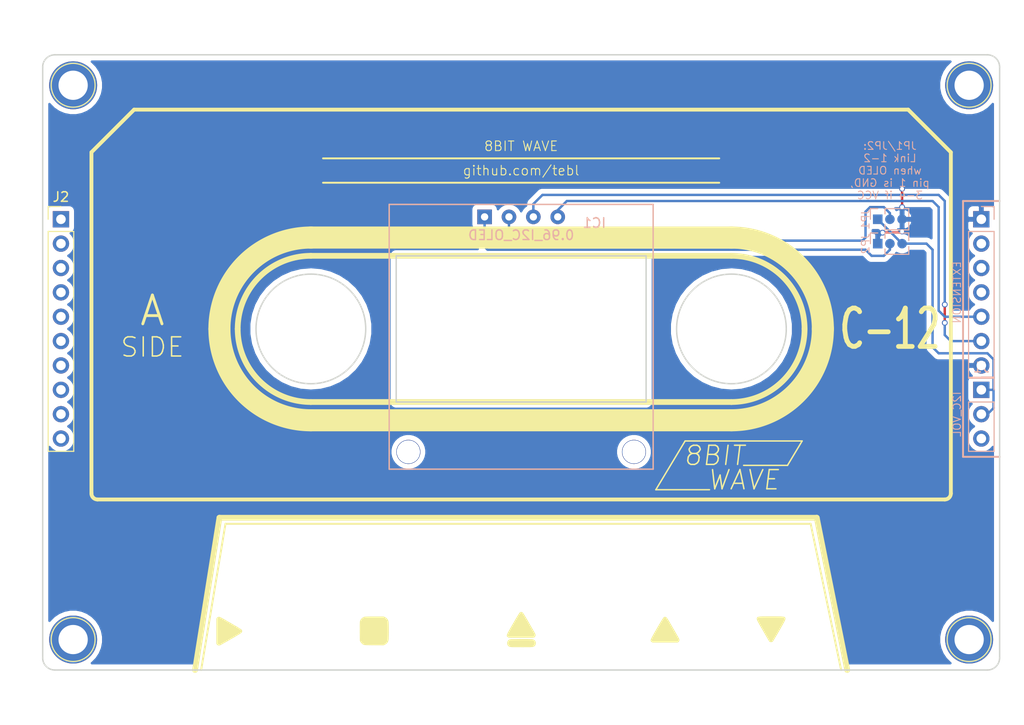
<source format=kicad_pcb>
(kicad_pcb (version 20171130) (host pcbnew "(5.1.8)-1")

  (general
    (thickness 1.6)
    (drawings 52)
    (tracks 62)
    (zones 0)
    (modules 16)
    (nets 7)
  )

  (page A4)
  (layers
    (0 F.Cu signal)
    (31 B.Cu signal)
    (32 B.Adhes user)
    (33 F.Adhes user)
    (34 B.Paste user)
    (35 F.Paste user)
    (36 B.SilkS user)
    (37 F.SilkS user)
    (38 B.Mask user)
    (39 F.Mask user)
    (40 Dwgs.User user)
    (41 Cmts.User user)
    (42 Eco1.User user)
    (43 Eco2.User user)
    (44 Edge.Cuts user)
    (45 Margin user)
    (46 B.CrtYd user)
    (47 F.CrtYd user)
    (48 B.Fab user hide)
    (49 F.Fab user hide)
  )

  (setup
    (last_trace_width 0.25)
    (trace_clearance 0.2)
    (zone_clearance 0.508)
    (zone_45_only no)
    (trace_min 0.2)
    (via_size 0.6)
    (via_drill 0.4)
    (via_min_size 0.4)
    (via_min_drill 0.3)
    (uvia_size 0.3)
    (uvia_drill 0.1)
    (uvias_allowed no)
    (uvia_min_size 0.2)
    (uvia_min_drill 0.1)
    (edge_width 0.15)
    (segment_width 0.2)
    (pcb_text_width 0.3)
    (pcb_text_size 1.5 1.5)
    (mod_edge_width 0.15)
    (mod_text_size 1 1)
    (mod_text_width 0.15)
    (pad_size 1.524 1.524)
    (pad_drill 0.762)
    (pad_to_mask_clearance 0)
    (aux_axis_origin 0 0)
    (visible_elements 7FFFFFFF)
    (pcbplotparams
      (layerselection 0x011fc_ffffffff)
      (usegerberextensions true)
      (usegerberattributes false)
      (usegerberadvancedattributes false)
      (creategerberjobfile false)
      (excludeedgelayer true)
      (linewidth 0.100000)
      (plotframeref false)
      (viasonmask false)
      (mode 1)
      (useauxorigin false)
      (hpglpennumber 1)
      (hpglpenspeed 20)
      (hpglpendiameter 15.000000)
      (psnegative false)
      (psa4output false)
      (plotreference true)
      (plotvalue true)
      (plotinvisibletext false)
      (padsonsilk false)
      (subtractmaskfromsilk false)
      (outputformat 1)
      (mirror false)
      (drillshape 0)
      (scaleselection 1)
      (outputdirectory "export/"))
  )

  (net 0 "")
  (net 1 GND)
  (net 2 /SDA)
  (net 3 /SCL)
  (net 4 VCC)
  (net 5 "Net-(IC1-Pad1)")
  (net 6 "Net-(IC1-Pad2)")

  (net_class Default "This is the default net class."
    (clearance 0.2)
    (trace_width 0.25)
    (via_dia 0.6)
    (via_drill 0.4)
    (uvia_dia 0.3)
    (uvia_drill 0.1)
    (add_net /SCL)
    (add_net /SDA)
    (add_net GND)
    (add_net "Net-(IC1-Pad1)")
    (add_net "Net-(IC1-Pad2)")
    (add_net VCC)
  )

  (module Pin_Headers:Pin_Header_Straight_1x10_Pitch2.54mm locked (layer F.Cu) (tedit 59650532) (tstamp 5E5E8D39)
    (at 72.39 95.25)
    (descr "Through hole straight pin header, 1x10, 2.54mm pitch, single row")
    (tags "Through hole pin header THT 1x10 2.54mm single row")
    (path /5E5F2F04)
    (fp_text reference J2 (at 0 -2.33) (layer F.SilkS)
      (effects (font (size 1 1) (thickness 0.15)))
    )
    (fp_text value SPI (at 0 25.19) (layer F.Fab)
      (effects (font (size 1 1) (thickness 0.15)))
    )
    (fp_line (start -0.635 -1.27) (end 1.27 -1.27) (layer F.Fab) (width 0.1))
    (fp_line (start 1.27 -1.27) (end 1.27 24.13) (layer F.Fab) (width 0.1))
    (fp_line (start 1.27 24.13) (end -1.27 24.13) (layer F.Fab) (width 0.1))
    (fp_line (start -1.27 24.13) (end -1.27 -0.635) (layer F.Fab) (width 0.1))
    (fp_line (start -1.27 -0.635) (end -0.635 -1.27) (layer F.Fab) (width 0.1))
    (fp_line (start -1.33 24.19) (end 1.33 24.19) (layer F.SilkS) (width 0.12))
    (fp_line (start -1.33 1.27) (end -1.33 24.19) (layer F.SilkS) (width 0.12))
    (fp_line (start 1.33 1.27) (end 1.33 24.19) (layer F.SilkS) (width 0.12))
    (fp_line (start -1.33 1.27) (end 1.33 1.27) (layer F.SilkS) (width 0.12))
    (fp_line (start -1.33 0) (end -1.33 -1.33) (layer F.SilkS) (width 0.12))
    (fp_line (start -1.33 -1.33) (end 0 -1.33) (layer F.SilkS) (width 0.12))
    (fp_line (start -1.8 -1.8) (end -1.8 24.65) (layer F.CrtYd) (width 0.05))
    (fp_line (start -1.8 24.65) (end 1.8 24.65) (layer F.CrtYd) (width 0.05))
    (fp_line (start 1.8 24.65) (end 1.8 -1.8) (layer F.CrtYd) (width 0.05))
    (fp_line (start 1.8 -1.8) (end -1.8 -1.8) (layer F.CrtYd) (width 0.05))
    (fp_text user %R (at 0 11.43 90) (layer F.Fab)
      (effects (font (size 1 1) (thickness 0.15)))
    )
    (pad 10 thru_hole oval (at 0 22.86) (size 1.7 1.7) (drill 1) (layers *.Cu *.Mask))
    (pad 9 thru_hole oval (at 0 20.32) (size 1.7 1.7) (drill 1) (layers *.Cu *.Mask))
    (pad 8 thru_hole oval (at 0 17.78) (size 1.7 1.7) (drill 1) (layers *.Cu *.Mask))
    (pad 7 thru_hole oval (at 0 15.24) (size 1.7 1.7) (drill 1) (layers *.Cu *.Mask))
    (pad 6 thru_hole oval (at 0 12.7) (size 1.7 1.7) (drill 1) (layers *.Cu *.Mask))
    (pad 5 thru_hole oval (at 0 10.16) (size 1.7 1.7) (drill 1) (layers *.Cu *.Mask))
    (pad 4 thru_hole oval (at 0 7.62) (size 1.7 1.7) (drill 1) (layers *.Cu *.Mask))
    (pad 3 thru_hole oval (at 0 5.08) (size 1.7 1.7) (drill 1) (layers *.Cu *.Mask))
    (pad 2 thru_hole oval (at 0 2.54) (size 1.7 1.7) (drill 1) (layers *.Cu *.Mask))
    (pad 1 thru_hole rect (at 0 0) (size 1.7 1.7) (drill 1) (layers *.Cu *.Mask))
    (model ${KISYS3DMOD}/Pin_Headers.3dshapes/Pin_Header_Straight_1x10_Pitch2.54mm.wrl
      (at (xyz 0 0 0))
      (scale (xyz 1 1 1))
      (rotate (xyz 0 0 0))
    )
  )

  (module i2c_oled:0.96_I2C_OLED2 locked (layer F.Cu) (tedit 5E5E85DE) (tstamp 5E5E8785)
    (at 120.335 95)
    (descr "Through hole straight pin header, 1x04, 2.54mm pitch, single row")
    (tags "Through hole pin header THT 1x04 2.54mm single row")
    (path /5E3B718A)
    (fp_text reference IC1 (at 7.62 0.635) (layer B.SilkS)
      (effects (font (size 1 1) (thickness 0.15)) (justify mirror))
    )
    (fp_text value 0.96_I2C_OLED (at 0 1.905) (layer B.SilkS)
      (effects (font (size 1 1) (thickness 0.15)) (justify mirror))
    )
    (fp_line (start -13.5 2.7) (end -13.5 22.5) (layer Dwgs.User) (width 0.15))
    (fp_line (start 13.5 2.7) (end -13.5 2.7) (layer Dwgs.User) (width 0.15))
    (fp_line (start 13.5 22.5) (end 13.5 2.7) (layer Dwgs.User) (width 0.15))
    (fp_line (start -13.5 22.5) (end 13.5 22.5) (layer Dwgs.User) (width 0.15))
    (fp_line (start -13.75 -1.3) (end 13.75 -1.3) (layer B.SilkS) (width 0.15))
    (fp_line (start -13.75 -1.3) (end -13.75 26.3) (layer B.SilkS) (width 0.15))
    (fp_line (start -13.75 26.3) (end 13.75 26.3) (layer B.SilkS) (width 0.15))
    (fp_line (start 13.75 26.3) (end 13.75 -1.3) (layer B.SilkS) (width 0.15))
    (fp_line (start -7.4 26.3) (end -7.4 22.5) (layer Dwgs.User) (width 0.15))
    (fp_line (start 7.4 22.5) (end 7.4 26.3) (layer Dwgs.User) (width 0.15))
    (fp_text user %R (at 7.62 0.635 180) (layer F.Fab)
      (effects (font (size 1 1) (thickness 0.15)))
    )
    (pad "" np_thru_hole circle (at 11.75 24.5) (size 2.5 2.5) (drill 2.4) (layers *.Cu *.Mask))
    (pad "" np_thru_hole circle (at -11.75 24.5) (size 2.5 2.5) (drill 2.4) (layers *.Cu *.Mask))
    (pad 1 thru_hole rect (at -3.81 0) (size 1.524 1.524) (drill 0.762) (layers *.Cu *.Mask)
      (net 5 "Net-(IC1-Pad1)"))
    (pad 2 thru_hole circle (at -1.27 0) (size 1.524 1.524) (drill 0.762) (layers *.Cu *.Mask)
      (net 6 "Net-(IC1-Pad2)"))
    (pad 3 thru_hole circle (at 1.27 0) (size 1.524 1.524) (drill 0.762) (layers *.Cu *.Mask)
      (net 3 /SCL))
    (pad 4 thru_hole circle (at 3.81 0) (size 1.524 1.524) (drill 0.762) (layers *.Cu *.Mask)
      (net 2 /SDA))
  )

  (module Pin_Headers:Pin_Header_Straight_1x07_Pitch2.54mm locked (layer B.Cu) (tedit 5E3F3791) (tstamp 5E3D5C89)
    (at 168.275 95.25 180)
    (descr "Through hole straight pin header, 1x07, 2.54mm pitch, single row")
    (tags "Through hole pin header THT 1x07 2.54mm single row")
    (path /5E3D299E)
    (fp_text reference J3 (at 0 2.54 180) (layer B.Fab) hide
      (effects (font (size 0.8 0.8) (thickness 0.1)) (justify mirror))
    )
    (fp_text value EXTENSION (at 2.54 -7.62 270) (layer B.SilkS)
      (effects (font (size 0.8 0.8) (thickness 0.1)) (justify mirror))
    )
    (fp_line (start 1.8 1.8) (end -1.8 1.8) (layer B.CrtYd) (width 0.05))
    (fp_line (start 1.8 -17.05) (end 1.8 1.8) (layer B.CrtYd) (width 0.05))
    (fp_line (start -1.8 -17.05) (end 1.8 -17.05) (layer B.CrtYd) (width 0.05))
    (fp_line (start -1.8 1.8) (end -1.8 -17.05) (layer B.CrtYd) (width 0.05))
    (fp_line (start -1.33 1.33) (end 0 1.33) (layer B.SilkS) (width 0.12))
    (fp_line (start -1.33 0) (end -1.33 1.33) (layer B.SilkS) (width 0.12))
    (fp_line (start -1.33 -1.27) (end 1.33 -1.27) (layer B.SilkS) (width 0.12))
    (fp_line (start 1.33 -1.27) (end 1.33 -16.57) (layer B.SilkS) (width 0.12))
    (fp_line (start -1.33 -1.27) (end -1.33 -16.57) (layer B.SilkS) (width 0.12))
    (fp_line (start -1.33 -16.57) (end 1.33 -16.57) (layer B.SilkS) (width 0.12))
    (fp_line (start -1.27 0.635) (end -0.635 1.27) (layer B.Fab) (width 0.1))
    (fp_line (start -1.27 -16.51) (end -1.27 0.635) (layer B.Fab) (width 0.1))
    (fp_line (start 1.27 -16.51) (end -1.27 -16.51) (layer B.Fab) (width 0.1))
    (fp_line (start 1.27 1.27) (end 1.27 -16.51) (layer B.Fab) (width 0.1))
    (fp_line (start -0.635 1.27) (end 1.27 1.27) (layer B.Fab) (width 0.1))
    (fp_text user %R (at 0 -7.62 90) (layer B.Fab)
      (effects (font (size 1 1) (thickness 0.15)) (justify mirror))
    )
    (pad 1 thru_hole rect (at 0 0 180) (size 1.7 1.7) (drill 1) (layers *.Cu *.Mask)
      (net 1 GND))
    (pad 2 thru_hole oval (at 0 -2.54 180) (size 1.7 1.7) (drill 1) (layers *.Cu *.Mask))
    (pad 3 thru_hole oval (at 0 -5.08 180) (size 1.7 1.7) (drill 1) (layers *.Cu *.Mask))
    (pad 4 thru_hole oval (at 0 -7.62 180) (size 1.7 1.7) (drill 1) (layers *.Cu *.Mask))
    (pad 5 thru_hole oval (at 0 -10.16 180) (size 1.7 1.7) (drill 1) (layers *.Cu *.Mask)
      (net 2 /SDA))
    (pad 6 thru_hole oval (at 0 -12.7 180) (size 1.7 1.7) (drill 1) (layers *.Cu *.Mask)
      (net 3 /SCL))
    (pad 7 thru_hole oval (at 0 -15.24 180) (size 1.7 1.7) (drill 1) (layers *.Cu *.Mask)
      (net 1 GND))
    (model ${KISYS3DMOD}/Pin_Headers.3dshapes/Pin_Header_Straight_1x07_Pitch2.54mm.wrl
      (at (xyz 0 0 0))
      (scale (xyz 1 1 1))
      (rotate (xyz 0 0 0))
    )
  )

  (module mounting:M3 (layer F.Cu) (tedit 5D61810C) (tstamp 5E3B69D4)
    (at 73.66 139.065)
    (descr "module 1 pin (ou trou mecanique de percage)")
    (tags DEV)
    (path /5E3B603D)
    (fp_text reference M1 (at 0 -3.048) (layer F.Fab) hide
      (effects (font (size 1 1) (thickness 0.15)))
    )
    (fp_text value Mounting (at 0 3) (layer F.Fab) hide
      (effects (font (size 1 1) (thickness 0.15)))
    )
    (fp_circle (center 0 0) (end 0 -2.286) (layer F.SilkS) (width 0.12))
    (fp_circle (center 0 0) (end 2.6 0) (layer F.CrtYd) (width 0.05))
    (fp_circle (center 0 0) (end 2 0.8) (layer F.Fab) (width 0.1))
    (pad 1 thru_hole circle (at 0 0) (size 5 5) (drill 3.048) (layers *.Cu *.Mask))
  )

  (module mounting:M3 (layer F.Cu) (tedit 5D61810C) (tstamp 5E3B69D8)
    (at 167.005 139.065)
    (descr "module 1 pin (ou trou mecanique de percage)")
    (tags DEV)
    (path /5E3B604F)
    (fp_text reference M2 (at 0 -3.048) (layer F.Fab) hide
      (effects (font (size 1 1) (thickness 0.15)))
    )
    (fp_text value Mounting (at 0 3) (layer F.Fab) hide
      (effects (font (size 1 1) (thickness 0.15)))
    )
    (fp_circle (center 0 0) (end 0 -2.286) (layer F.SilkS) (width 0.12))
    (fp_circle (center 0 0) (end 2.6 0) (layer F.CrtYd) (width 0.05))
    (fp_circle (center 0 0) (end 2 0.8) (layer F.Fab) (width 0.1))
    (pad 1 thru_hole circle (at 0 0) (size 5 5) (drill 3.048) (layers *.Cu *.Mask))
  )

  (module mounting:M3 (layer F.Cu) (tedit 5D61810C) (tstamp 5E3B69DC)
    (at 167.005 81.28)
    (descr "module 1 pin (ou trou mecanique de percage)")
    (tags DEV)
    (path /5E3B605A)
    (fp_text reference M3 (at 0 -3.048) (layer F.Fab) hide
      (effects (font (size 1 1) (thickness 0.15)))
    )
    (fp_text value Mounting (at 0 3) (layer F.Fab) hide
      (effects (font (size 1 1) (thickness 0.15)))
    )
    (fp_circle (center 0 0) (end 0 -2.286) (layer F.SilkS) (width 0.12))
    (fp_circle (center 0 0) (end 2.6 0) (layer F.CrtYd) (width 0.05))
    (fp_circle (center 0 0) (end 2 0.8) (layer F.Fab) (width 0.1))
    (pad 1 thru_hole circle (at 0 0) (size 5 5) (drill 3.048) (layers *.Cu *.Mask))
  )

  (module mounting:M3 (layer F.Cu) (tedit 5D61810C) (tstamp 5E3B69E0)
    (at 73.66 81.28)
    (descr "module 1 pin (ou trou mecanique de percage)")
    (tags DEV)
    (path /5E3B6065)
    (fp_text reference M4 (at 0 -3.048) (layer F.Fab) hide
      (effects (font (size 1 1) (thickness 0.15)))
    )
    (fp_text value Mounting (at 0 3) (layer F.Fab) hide
      (effects (font (size 1 1) (thickness 0.15)))
    )
    (fp_circle (center 0 0) (end 0 -2.286) (layer F.SilkS) (width 0.12))
    (fp_circle (center 0 0) (end 2.6 0) (layer F.CrtYd) (width 0.05))
    (fp_circle (center 0 0) (end 2 0.8) (layer F.Fab) (width 0.1))
    (pad 1 thru_hole circle (at 0 0) (size 5 5) (drill 3.048) (layers *.Cu *.Mask))
  )

  (module icons:play locked (layer F.Cu) (tedit 0) (tstamp 5E3D6DA5)
    (at 89.916 138.303)
    (fp_text reference G*** (at 0 0) (layer F.SilkS) hide
      (effects (font (size 1.524 1.524) (thickness 0.3)))
    )
    (fp_text value LOGO (at 0.75 0) (layer F.SilkS) hide
      (effects (font (size 1.524 1.524) (thickness 0.3)))
    )
    (fp_poly (pts (xy -0.997092 -1.596347) (xy -0.868322 -1.544183) (xy -0.76141 -1.48621) (xy -0.687284 -1.443328)
      (xy -0.571472 -1.376486) (xy -0.421221 -1.28986) (xy -0.243776 -1.187625) (xy -0.046386 -1.073956)
      (xy 0.163705 -0.953029) (xy 0.346157 -0.848054) (xy 0.55342 -0.727784) (xy 0.746816 -0.613566)
      (xy 0.920437 -0.50904) (xy 1.068377 -0.417846) (xy 1.184728 -0.343624) (xy 1.263583 -0.290013)
      (xy 1.298657 -0.261148) (xy 1.348411 -0.15905) (xy 1.342984 -0.054369) (xy 1.282849 0.04605)
      (xy 1.277056 0.052268) (xy 1.234981 0.084908) (xy 1.149861 0.141512) (xy 1.027827 0.218335)
      (xy 0.875008 0.311631) (xy 0.697534 0.417653) (xy 0.501534 0.532656) (xy 0.310445 0.642985)
      (xy 0.096735 0.765491) (xy -0.109774 0.883994) (xy -0.30191 0.994366) (xy -0.472499 1.092484)
      (xy -0.614366 1.17422) (xy -0.720337 1.235449) (xy -0.775663 1.267605) (xy -0.92507 1.344847)
      (xy -1.043595 1.381122) (xy -1.138712 1.376877) (xy -1.217894 1.332555) (xy -1.25338 1.296057)
      (xy -1.326444 1.209225) (xy -1.326444 -1.435002) (xy -1.25338 -1.521834) (xy -1.181812 -1.584607)
      (xy -1.098986 -1.609633) (xy -0.997092 -1.596347)) (layer F.SilkS) (width 0.01))
  )

  (module icons:stop locked (layer F.Cu) (tedit 0) (tstamp 5E3D6E3B)
    (at 105.156 138.303)
    (fp_text reference G*** (at 0 0) (layer F.SilkS) hide
      (effects (font (size 1.524 1.524) (thickness 0.3)))
    )
    (fp_text value LOGO (at 0.75 0) (layer F.SilkS) hide
      (effects (font (size 1.524 1.524) (thickness 0.3)))
    )
    (fp_poly (pts (xy 1.008162 -1.564953) (xy 1.165687 -1.456861) (xy 1.281341 -1.311095) (xy 1.344182 -1.163865)
      (xy 1.356565 -1.092393) (xy 1.366771 -0.973489) (xy 1.374807 -0.816121) (xy 1.380677 -0.629259)
      (xy 1.384387 -0.421874) (xy 1.385943 -0.202934) (xy 1.38535 0.01859) (xy 1.382613 0.23373)
      (xy 1.377738 0.433515) (xy 1.370731 0.608977) (xy 1.361597 0.751145) (xy 1.350341 0.85105)
      (xy 1.342935 0.885787) (xy 1.266715 1.057619) (xy 1.151007 1.190723) (xy 1.011248 1.281194)
      (xy 0.863807 1.354667) (xy -0.125485 1.352439) (xy -0.406392 1.350939) (xy -0.65153 1.347858)
      (xy -0.856898 1.343314) (xy -1.018498 1.337426) (xy -1.13233 1.330312) (xy -1.194395 1.322091)
      (xy -1.199444 1.320615) (xy -1.352272 1.238563) (xy -1.484119 1.110254) (xy -1.544537 1.0221)
      (xy -1.622777 0.889) (xy -1.631206 -0.076551) (xy -1.6328 -0.368375) (xy -1.632194 -0.619733)
      (xy -1.629453 -0.827362) (xy -1.624641 -0.988001) (xy -1.617822 -1.098388) (xy -1.610123 -1.151701)
      (xy -1.538625 -1.315466) (xy -1.42403 -1.456339) (xy -1.278589 -1.559697) (xy -1.261262 -1.568135)
      (xy -1.22145 -1.586208) (xy -1.183525 -1.60077) (xy -1.141163 -1.612202) (xy -1.088041 -1.620884)
      (xy -1.017836 -1.627198) (xy -0.924225 -1.631526) (xy -0.800886 -1.634248) (xy -0.641496 -1.635746)
      (xy -0.439731 -1.636401) (xy -0.189269 -1.636594) (xy -0.125485 -1.636613) (xy 0.863807 -1.636888)
      (xy 1.008162 -1.564953)) (layer F.SilkS) (width 0.01))
  )

  (module icons:eject locked (layer F.Cu) (tedit 0) (tstamp 5E3D6E8D)
    (at 120.142 139.065)
    (fp_text reference G*** (at 0 0) (layer F.SilkS) hide
      (effects (font (size 1.524 1.524) (thickness 0.3)))
    )
    (fp_text value LOGO (at 0.75 0) (layer F.SilkS) hide
      (effects (font (size 1.524 1.524) (thickness 0.3)))
    )
    (fp_poly (pts (xy 0.245987 -2.869931) (xy 0.347114 -2.815441) (xy 0.363241 -2.801055) (xy 0.396163 -2.758843)
      (xy 0.453015 -2.673652) (xy 0.530006 -2.55167) (xy 0.623341 -2.399087) (xy 0.72923 -2.222092)
      (xy 0.843879 -2.026872) (xy 0.94692 -1.848555) (xy 1.069067 -1.635641) (xy 1.187606 -1.429135)
      (xy 1.298286 -1.236431) (xy 1.396858 -1.064923) (xy 1.479075 -0.922005) (xy 1.540685 -0.815069)
      (xy 1.571012 -0.76259) (xy 1.647569 -0.616653) (xy 1.686495 -0.502551) (xy 1.688575 -0.410762)
      (xy 1.654594 -0.331769) (xy 1.610838 -0.280051) (xy 1.528342 -0.197555) (xy -1.124558 -0.197555)
      (xy -1.21139 -0.270619) (xy -1.24827 -0.303234) (xy -1.276331 -0.335518) (xy -1.293821 -0.371888)
      (xy -1.29899 -0.416757) (xy -1.290084 -0.474543) (xy -1.265353 -0.549658) (xy -1.223045 -0.64652)
      (xy -1.161407 -0.769543) (xy -1.078689 -0.923142) (xy -0.973138 -1.111733) (xy -0.843003 -1.33973)
      (xy -0.686532 -1.611549) (xy -0.663609 -1.6513) (xy -0.530276 -1.88113) (xy -0.403248 -2.0975)
      (xy -0.285737 -2.295123) (xy -0.180955 -2.468713) (xy -0.092114 -2.612984) (xy -0.022425 -2.72265)
      (xy 0.0249 -2.792423) (xy 0.043521 -2.815166) (xy 0.142345 -2.869948) (xy 0.245987 -2.869931)) (layer F.SilkS) (width 0.01))
    (fp_poly (pts (xy 0.74552 -0.051785) (xy 0.975922 -0.049764) (xy 1.161092 -0.046068) (xy 1.297818 -0.040751)
      (xy 1.38289 -0.033866) (xy 1.404625 -0.029968) (xy 1.491508 0.009104) (xy 1.58072 0.072424)
      (xy 1.607261 0.097327) (xy 1.668907 0.171905) (xy 1.700536 0.247954) (xy 1.713674 0.344817)
      (xy 1.70248 0.498427) (xy 1.642852 0.623704) (xy 1.533184 0.72383) (xy 1.517203 0.733931)
      (xy 1.492616 0.747588) (xy 1.464275 0.758831) (xy 1.426787 0.767893) (xy 1.374758 0.77501)
      (xy 1.302793 0.780414) (xy 1.205498 0.784341) (xy 1.077481 0.787024) (xy 0.913347 0.788699)
      (xy 0.707702 0.789598) (xy 0.455153 0.789957) (xy 0.225778 0.790012) (xy -0.066489 0.789909)
      (xy -0.307705 0.789446) (xy -0.503265 0.788389) (xy -0.658562 0.786502) (xy -0.778991 0.783551)
      (xy -0.869944 0.779303) (xy -0.936816 0.773524) (xy -0.985002 0.765978) (xy -1.019893 0.756432)
      (xy -1.046886 0.744651) (xy -1.065646 0.733931) (xy -1.181805 0.63534) (xy -1.24751 0.511502)
      (xy -1.263295 0.361375) (xy -1.262615 0.350811) (xy -1.230424 0.201619) (xy -1.155181 0.085585)
      (xy -1.058333 0.009438) (xy -1.033479 -0.003575) (xy -1.001835 -0.014307) (xy -0.957894 -0.023029)
      (xy -0.89615 -0.030011) (xy -0.811095 -0.035525) (xy -0.697224 -0.039842) (xy -0.549028 -0.043232)
      (xy -0.361002 -0.045966) (xy -0.127639 -0.048316) (xy 0.156568 -0.050551) (xy 0.161857 -0.05059)
      (xy 0.473094 -0.052078) (xy 0.74552 -0.051785)) (layer F.SilkS) (width 0.01))
  )

  (module Pin_Headers:Pin_Header_Straight_1x03_Pitch2.54mm (layer B.Cu) (tedit 5E3F3799) (tstamp 5E3EDA61)
    (at 168.275 113.03 180)
    (descr "Through hole straight pin header, 1x03, 2.54mm pitch, single row")
    (tags "Through hole pin header THT 1x03 2.54mm single row")
    (path /5E3E91C2)
    (fp_text reference J1 (at 0 2.33 180) (layer B.SilkS)
      (effects (font (size 1 1) (thickness 0.15)) (justify mirror))
    )
    (fp_text value I2C_VOL (at 2.54 -2.54 270) (layer B.SilkS)
      (effects (font (size 0.8 0.8) (thickness 0.1)) (justify mirror))
    )
    (fp_line (start 1.8 1.8) (end -1.8 1.8) (layer B.CrtYd) (width 0.05))
    (fp_line (start 1.8 -6.85) (end 1.8 1.8) (layer B.CrtYd) (width 0.05))
    (fp_line (start -1.8 -6.85) (end 1.8 -6.85) (layer B.CrtYd) (width 0.05))
    (fp_line (start -1.8 1.8) (end -1.8 -6.85) (layer B.CrtYd) (width 0.05))
    (fp_line (start -1.33 1.33) (end 0 1.33) (layer B.SilkS) (width 0.12))
    (fp_line (start -1.33 0) (end -1.33 1.33) (layer B.SilkS) (width 0.12))
    (fp_line (start -1.33 -1.27) (end 1.33 -1.27) (layer B.SilkS) (width 0.12))
    (fp_line (start 1.33 -1.27) (end 1.33 -6.41) (layer B.SilkS) (width 0.12))
    (fp_line (start -1.33 -1.27) (end -1.33 -6.41) (layer B.SilkS) (width 0.12))
    (fp_line (start -1.33 -6.41) (end 1.33 -6.41) (layer B.SilkS) (width 0.12))
    (fp_line (start -1.27 0.635) (end -0.635 1.27) (layer B.Fab) (width 0.1))
    (fp_line (start -1.27 -6.35) (end -1.27 0.635) (layer B.Fab) (width 0.1))
    (fp_line (start 1.27 -6.35) (end -1.27 -6.35) (layer B.Fab) (width 0.1))
    (fp_line (start 1.27 1.27) (end 1.27 -6.35) (layer B.Fab) (width 0.1))
    (fp_line (start -0.635 1.27) (end 1.27 1.27) (layer B.Fab) (width 0.1))
    (fp_text user %R (at 0 -2.54 90) (layer B.Fab)
      (effects (font (size 1 1) (thickness 0.15)) (justify mirror))
    )
    (pad 1 thru_hole rect (at 0 0 180) (size 1.7 1.7) (drill 1) (layers *.Cu *.Mask)
      (net 4 VCC))
    (pad 2 thru_hole oval (at 0 -2.54 180) (size 1.7 1.7) (drill 1) (layers *.Cu *.Mask)
      (net 4 VCC))
    (pad 3 thru_hole oval (at 0 -5.08 180) (size 1.7 1.7) (drill 1) (layers *.Cu *.Mask))
    (model ${KISYS3DMOD}/Pin_Headers.3dshapes/Pin_Header_Straight_1x03_Pitch2.54mm.wrl
      (at (xyz 0 0 0))
      (scale (xyz 1 1 1))
      (rotate (xyz 0 0 0))
    )
  )

  (module icons:down locked (layer F.Cu) (tedit 0) (tstamp 5E3EDBCD)
    (at 146.177 136.398)
    (fp_text reference G*** (at 0 0) (layer F.SilkS) hide
      (effects (font (size 1.524 1.524) (thickness 0.3)))
    )
    (fp_text value LOGO (at 0.75 0) (layer F.SilkS) hide
      (effects (font (size 1.524 1.524) (thickness 0.3)))
    )
    (fp_poly (pts (xy 0.514407 0.254228) (xy 0.779698 0.255216) (xy 0.998314 0.25742) (xy 1.175139 0.261296)
      (xy 1.315057 0.267301) (xy 1.422952 0.27589) (xy 1.503708 0.287521) (xy 1.562209 0.302649)
      (xy 1.603341 0.32173) (xy 1.631986 0.34522) (xy 1.653028 0.373577) (xy 1.66284 0.390867)
      (xy 1.67951 0.426601) (xy 1.689123 0.463916) (xy 1.689614 0.50736) (xy 1.67892 0.561481)
      (xy 1.654979 0.630825) (xy 1.615728 0.71994) (xy 1.559103 0.833372) (xy 1.483041 0.97567)
      (xy 1.38548 1.151379) (xy 1.264355 1.365048) (xy 1.117605 1.621224) (xy 1.05603 1.728336)
      (xy 0.923112 1.958338) (xy 0.797075 2.17436) (xy 0.681026 2.371221) (xy 0.578075 2.543742)
      (xy 0.491329 2.686743) (xy 0.423898 2.795044) (xy 0.378889 2.863465) (xy 0.361459 2.885723)
      (xy 0.286884 2.92082) (xy 0.187619 2.933601) (xy 0.091565 2.922238) (xy 0.051842 2.906001)
      (xy 0.017791 2.87043) (xy -0.034442 2.797855) (xy -0.096117 2.700884) (xy -0.128558 2.645804)
      (xy -0.174234 2.566366) (xy -0.243897 2.445523) (xy -0.333249 2.290714) (xy -0.437992 2.10938)
      (xy -0.553829 1.908963) (xy -0.676462 1.696902) (xy -0.780122 1.517739) (xy -0.922069 1.271654)
      (xy -1.037455 1.068998) (xy -1.128495 0.904645) (xy -1.19741 0.77347) (xy -1.246417 0.670344)
      (xy -1.277734 0.590143) (xy -1.293579 0.52774) (xy -1.296171 0.478009) (xy -1.287727 0.435823)
      (xy -1.270466 0.396056) (xy -1.267728 0.390867) (xy -1.248744 0.359726) (xy -1.224766 0.333694)
      (xy -1.190909 0.312315) (xy -1.142289 0.295134) (xy -1.074023 0.281693) (xy -0.981226 0.271536)
      (xy -0.859013 0.264208) (xy -0.702501 0.259252) (xy -0.506806 0.256212) (xy -0.267043 0.254632)
      (xy 0.021671 0.254055) (xy 0.197556 0.254) (xy 0.514407 0.254228)) (layer F.SilkS) (width 0.01))
  )

  (module icons:logo locked (layer F.Cu) (tedit 5E3F3AAC) (tstamp 5E3F4EA5)
    (at 141.986 119.888)
    (fp_text reference REF** (at -4.445 2.54) (layer F.SilkS) hide
      (effects (font (size 1 1) (thickness 0.15)))
    )
    (fp_text value logo (at 5.08 -0.635) (layer F.Fab) hide
      (effects (font (size 1 1) (thickness 0.15)))
    )
    (fp_line (start 7.62 -1.524) (end -4.572 -1.524) (layer F.SilkS) (width 0.15))
    (fp_line (start -7.62 3.556) (end -2.032 3.556) (layer F.SilkS) (width 0.15))
    (fp_line (start 6.096 1.016) (end 7.62 -1.524) (layer F.SilkS) (width 0.15))
    (fp_line (start -7.62 3.556) (end -4.572 -1.524) (layer F.SilkS) (width 0.15))
    (fp_line (start 1.524 1.016) (end 6.096 1.016) (layer F.SilkS) (width 0.15))
    (fp_text user WAVE (at 1.524 2.54) (layer F.SilkS)
      (effects (font (size 2 2) (thickness 0.15) italic))
    )
    (fp_text user 8BIT (at -1.524 0) (layer F.SilkS)
      (effects (font (size 2 2) (thickness 0.15) italic))
    )
  )

  (module icons:up locked (layer F.Cu) (tedit 0) (tstamp 5E3F548E)
    (at 135.128 139.573)
    (fp_text reference G*** (at 0 0) (layer F.SilkS) hide
      (effects (font (size 1.524 1.524) (thickness 0.3)))
    )
    (fp_text value LOGO (at 0.75 0) (layer F.SilkS) hide
      (effects (font (size 1.524 1.524) (thickness 0.3)))
    )
    (fp_poly (pts (xy 0.245987 -2.869931) (xy 0.347114 -2.815441) (xy 0.363241 -2.801055) (xy 0.396163 -2.758843)
      (xy 0.453015 -2.673652) (xy 0.530006 -2.55167) (xy 0.623341 -2.399087) (xy 0.72923 -2.222092)
      (xy 0.843879 -2.026872) (xy 0.94692 -1.848555) (xy 1.069067 -1.635641) (xy 1.187606 -1.429135)
      (xy 1.298286 -1.236431) (xy 1.396858 -1.064923) (xy 1.479075 -0.922005) (xy 1.540685 -0.815069)
      (xy 1.571012 -0.76259) (xy 1.647569 -0.616653) (xy 1.686495 -0.502551) (xy 1.688575 -0.410762)
      (xy 1.654594 -0.331769) (xy 1.610838 -0.280051) (xy 1.528342 -0.197555) (xy -1.124558 -0.197555)
      (xy -1.21139 -0.270619) (xy -1.24827 -0.303234) (xy -1.276331 -0.335518) (xy -1.293821 -0.371888)
      (xy -1.29899 -0.416757) (xy -1.290084 -0.474543) (xy -1.265353 -0.549658) (xy -1.223045 -0.64652)
      (xy -1.161407 -0.769543) (xy -1.078689 -0.923142) (xy -0.973138 -1.111733) (xy -0.843003 -1.33973)
      (xy -0.686532 -1.611549) (xy -0.663609 -1.6513) (xy -0.530276 -1.88113) (xy -0.403248 -2.0975)
      (xy -0.285737 -2.295123) (xy -0.180955 -2.468713) (xy -0.092114 -2.612984) (xy -0.022425 -2.72265)
      (xy 0.0249 -2.792423) (xy 0.043521 -2.815166) (xy 0.142345 -2.869948) (xy 0.245987 -2.869931)) (layer F.SilkS) (width 0.01))
  )

  (module wire_pads:OLED_SEL (layer B.Cu) (tedit 5ED8098C) (tstamp 5ED80CFB)
    (at 157.48 95.25 270)
    (descr "Through hole straight pin header, 1x03, 1.27mm pitch, single row")
    (tags "Through hole pin header THT 1x03 1.27mm single row")
    (path /5ED8BDDA)
    (fp_text reference JP1 (at 0 1.27 270) (layer B.SilkS)
      (effects (font (size 0.8 0.8) (thickness 0.1)) (justify mirror))
    )
    (fp_text value PIN2_VCC (at 0 -4.445 270) (layer B.Fab)
      (effects (font (size 0.8 0.8) (thickness 0.1)) (justify mirror))
    )
    (fp_line (start -0.525 0.635) (end 1.05 0.635) (layer B.Fab) (width 0.1))
    (fp_line (start 1.05 0.635) (end 1.05 -3.175) (layer B.Fab) (width 0.1))
    (fp_line (start 1.05 -3.175) (end -1.05 -3.175) (layer B.Fab) (width 0.1))
    (fp_line (start -1.05 -3.175) (end -1.05 0.11) (layer B.Fab) (width 0.1))
    (fp_line (start -1.05 0.11) (end -0.525 0.635) (layer B.Fab) (width 0.1))
    (fp_line (start -1.11 -3.235) (end -0.30753 -3.235) (layer B.SilkS) (width 0.12))
    (fp_line (start 0.30753 -3.235) (end 1.11 -3.235) (layer B.SilkS) (width 0.12))
    (fp_line (start -1.11 -0.76) (end -1.11 -3.235) (layer B.SilkS) (width 0.12))
    (fp_line (start 1.11 -0.76) (end 1.11 -3.235) (layer B.SilkS) (width 0.12))
    (fp_line (start -1.11 -0.76) (end -0.563471 -0.76) (layer B.SilkS) (width 0.12))
    (fp_line (start 0.563471 -0.76) (end 1.11 -0.76) (layer B.SilkS) (width 0.12))
    (fp_line (start -1.11 0) (end -1.11 0.76) (layer B.SilkS) (width 0.12))
    (fp_line (start -1.11 0.76) (end 0 0.76) (layer B.SilkS) (width 0.12))
    (fp_text user %R (at 0 1.905 90) (layer B.Fab)
      (effects (font (size 1 1) (thickness 0.15)) (justify mirror))
    )
    (pad 3 smd oval (at 0 -2.54 270) (size 1 1) (layers B.Cu B.Paste B.Mask)
      (net 1 GND))
    (pad 2 smd oval (at 0 -1.27 270) (size 1 1) (layers B.Cu B.Paste B.Mask)
      (net 6 "Net-(IC1-Pad2)"))
    (pad 1 smd rect (at 0 0 270) (size 1 1) (layers B.Cu B.Paste B.Mask)
      (net 4 VCC))
    (model ${KISYS3DMOD}/Pin_Headers.3dshapes/Pin_Header_Straight_1x03_Pitch1.27mm.wrl
      (at (xyz 0 0 0))
      (scale (xyz 1 1 1))
      (rotate (xyz 0 0 0))
    )
  )

  (module wire_pads:OLED_SEL (layer B.Cu) (tedit 5ED8098C) (tstamp 5ED80D0F)
    (at 157.48 97.79 270)
    (descr "Through hole straight pin header, 1x03, 1.27mm pitch, single row")
    (tags "Through hole pin header THT 1x03 1.27mm single row")
    (path /5ED85DD0)
    (fp_text reference JP2 (at 0 1.27 90) (layer B.SilkS)
      (effects (font (size 0.8 0.8) (thickness 0.1)) (justify mirror))
    )
    (fp_text value PIN1_GND (at 0 -4.445 90) (layer B.Fab)
      (effects (font (size 0.8 0.8) (thickness 0.1)) (justify mirror))
    )
    (fp_line (start -1.11 0.76) (end 0 0.76) (layer B.SilkS) (width 0.12))
    (fp_line (start -1.11 0) (end -1.11 0.76) (layer B.SilkS) (width 0.12))
    (fp_line (start 0.563471 -0.76) (end 1.11 -0.76) (layer B.SilkS) (width 0.12))
    (fp_line (start -1.11 -0.76) (end -0.563471 -0.76) (layer B.SilkS) (width 0.12))
    (fp_line (start 1.11 -0.76) (end 1.11 -3.235) (layer B.SilkS) (width 0.12))
    (fp_line (start -1.11 -0.76) (end -1.11 -3.235) (layer B.SilkS) (width 0.12))
    (fp_line (start 0.30753 -3.235) (end 1.11 -3.235) (layer B.SilkS) (width 0.12))
    (fp_line (start -1.11 -3.235) (end -0.30753 -3.235) (layer B.SilkS) (width 0.12))
    (fp_line (start -1.05 0.11) (end -0.525 0.635) (layer B.Fab) (width 0.1))
    (fp_line (start -1.05 -3.175) (end -1.05 0.11) (layer B.Fab) (width 0.1))
    (fp_line (start 1.05 -3.175) (end -1.05 -3.175) (layer B.Fab) (width 0.1))
    (fp_line (start 1.05 0.635) (end 1.05 -3.175) (layer B.Fab) (width 0.1))
    (fp_line (start -0.525 0.635) (end 1.05 0.635) (layer B.Fab) (width 0.1))
    (fp_text user %R (at 0 1.905 270) (layer B.Fab)
      (effects (font (size 1 1) (thickness 0.15)) (justify mirror))
    )
    (pad 1 smd rect (at 0 0 270) (size 1 1) (layers B.Cu B.Paste B.Mask)
      (net 1 GND))
    (pad 2 smd oval (at 0 -1.27 270) (size 1 1) (layers B.Cu B.Paste B.Mask)
      (net 5 "Net-(IC1-Pad1)"))
    (pad 3 smd oval (at 0 -2.54 270) (size 1 1) (layers B.Cu B.Paste B.Mask)
      (net 4 VCC))
    (model ${KISYS3DMOD}/Pin_Headers.3dshapes/Pin_Header_Straight_1x03_Pitch1.27mm.wrl
      (at (xyz 0 0 0))
      (scale (xyz 1 1 1))
      (rotate (xyz 0 0 0))
    )
  )

  (gr_text "JP1/JP2:\nLink 1-2\nwhen OLED\npin 1 is GND,\n3-4 if VCC" (at 158.75 90.17) (layer B.SilkS) (tstamp 5ED81204)
    (effects (font (size 0.8 0.8) (thickness 0.1)) (justify mirror))
  )
  (gr_text A (at 81.915 104.775) (layer F.SilkS)
    (effects (font (size 3 3) (thickness 0.3)))
  )
  (gr_arc (start 98.425 106.68) (end 98.425 116.205) (angle 90) (layer F.SilkS) (width 2.3))
  (gr_arc (start 98.425 106.68) (end 88.9 106.68) (angle 90) (layer F.SilkS) (width 2.3))
  (gr_arc (start 142.24 106.68) (end 151.765 106.68) (angle 90) (layer F.SilkS) (width 2.3))
  (gr_arc (start 142.24 106.68) (end 142.24 97.155) (angle 90) (layer F.SilkS) (width 2.3))
  (gr_line (start 98.425 97.155) (end 142.24 97.155) (angle 90) (layer F.SilkS) (width 2.3))
  (gr_line (start 98.425 116.205) (end 142.24 116.205) (angle 90) (layer F.SilkS) (width 2.3))
  (gr_line (start 166.37 93.345) (end 170.18 93.345) (angle 90) (layer B.SilkS) (width 0.2))
  (gr_line (start 166.37 120.015) (end 166.37 93.345) (angle 90) (layer B.SilkS) (width 0.2))
  (gr_line (start 76.2 124.46) (end 164.465 124.46) (angle 90) (layer F.SilkS) (width 0.4))
  (gr_line (start 142.24 99.06) (end 98.425 99.06) (angle 90) (layer F.SilkS) (width 0.6))
  (gr_line (start 98.425 114.3) (end 142.24 114.3) (angle 90) (layer F.SilkS) (width 0.6))
  (gr_arc (start 98.425 106.68) (end 98.425 114.3) (angle 90) (layer F.SilkS) (width 0.6))
  (gr_circle (center 142.24 106.68) (end 142.24 100.965) (layer Edge.Cuts) (width 0.15))
  (gr_circle (center 98.425 106.68) (end 92.71 106.68) (layer Edge.Cuts) (width 0.15))
  (gr_text C-12 (at 158.75 106.68) (layer F.SilkS)
    (effects (font (size 4 2.5) (thickness 0.5)))
  )
  (gr_text SIDE (at 81.915 108.585) (layer F.SilkS) (tstamp 5E5E89C0)
    (effects (font (size 2 2) (thickness 0.15)))
  )
  (gr_line (start 99.695 88.9) (end 140.97 88.9) (angle 90) (layer F.SilkS) (width 0.2))
  (gr_line (start 99.695 91.44) (end 140.97 91.44) (angle 90) (layer F.SilkS) (width 0.2))
  (gr_text github.com/tebl (at 120.3325 90.17) (layer F.SilkS)
    (effects (font (size 1 1) (thickness 0.1)))
  )
  (gr_text "8BIT WAVE" (at 120.3325 87.63) (layer F.SilkS)
    (effects (font (size 1 1) (thickness 0.1)))
  )
  (gr_line (start 153.67 142.24) (end 150.495 127) (angle 90) (layer F.SilkS) (width 0.2))
  (gr_line (start 86.995 142.24) (end 89.53 127) (angle 90) (layer F.SilkS) (width 0.2))
  (gr_line (start 150.495 127) (end 89.535 127) (angle 90) (layer F.SilkS) (width 0.2))
  (gr_arc (start 142.24 106.68) (end 142.24 99.06) (angle 90) (layer F.SilkS) (width 0.6))
  (gr_arc (start 142.24 106.68) (end 149.86 106.68) (angle 90) (layer F.SilkS) (width 0.6))
  (gr_arc (start 98.425 106.68) (end 90.805 106.68) (angle 90) (layer F.SilkS) (width 0.6))
  (gr_line (start 160.655 83.82) (end 80.01 83.82) (angle 90) (layer F.SilkS) (width 0.4))
  (gr_line (start 165.1 123.825) (end 165.1 88.265) (angle 90) (layer F.SilkS) (width 0.4))
  (gr_arc (start 164.465 123.825) (end 165.1 123.825) (angle 90) (layer F.SilkS) (width 0.4))
  (gr_line (start 75.565 123.825) (end 75.565 88.265) (angle 90) (layer F.SilkS) (width 0.4))
  (gr_arc (start 76.2 123.825) (end 76.2 124.46) (angle 90) (layer F.SilkS) (width 0.4))
  (gr_line (start 160.655 83.82) (end 165.1 88.265) (angle 90) (layer F.SilkS) (width 0.4))
  (gr_line (start 80.01 83.82) (end 75.565 88.265) (angle 90) (layer F.SilkS) (width 0.4))
  (gr_line (start 88.9 126.365) (end 151.13 126.365) (angle 90) (layer F.SilkS) (width 0.6))
  (gr_line (start 88.9 126.365) (end 86.36 142.24) (angle 90) (layer F.SilkS) (width 0.6))
  (gr_line (start 151.13 126.365) (end 154.305 142.24) (angle 90) (layer F.SilkS) (width 0.6))
  (gr_line (start 107.315 114.3) (end 107.315 99.06) (angle 90) (layer Edge.Cuts) (width 0.15))
  (gr_line (start 133.35 114.3) (end 107.315 114.3) (angle 90) (layer Edge.Cuts) (width 0.15))
  (gr_line (start 133.35 99.06) (end 133.35 114.3) (angle 90) (layer Edge.Cuts) (width 0.15))
  (gr_line (start 107.315 99.06) (end 133.35 99.06) (angle 90) (layer Edge.Cuts) (width 0.15))
  (gr_line (start 167.005 111.76) (end 169.545 111.76) (angle 90) (layer B.SilkS) (width 0.2))
  (gr_line (start 170.18 120.015) (end 166.37 120.015) (angle 90) (layer B.SilkS) (width 0.2))
  (gr_line (start 70.485 79.375) (end 70.485 140.97) (angle 90) (layer Edge.Cuts) (width 0.15))
  (gr_line (start 168.91 78.105) (end 71.755 78.105) (angle 90) (layer Edge.Cuts) (width 0.15))
  (gr_arc (start 71.755 79.375) (end 70.485 79.375) (angle 90) (layer Edge.Cuts) (width 0.15))
  (gr_arc (start 168.91 79.375) (end 168.91 78.105) (angle 90) (layer Edge.Cuts) (width 0.15))
  (gr_line (start 170.18 140.97) (end 170.18 79.375) (angle 90) (layer Edge.Cuts) (width 0.15))
  (gr_arc (start 168.91 140.97) (end 170.18 140.97) (angle 90) (layer Edge.Cuts) (width 0.15))
  (gr_line (start 71.755 142.24) (end 168.91 142.24) (angle 90) (layer Edge.Cuts) (width 0.15))
  (gr_arc (start 71.755 140.97) (end 71.755 142.24) (angle 90) (layer Edge.Cuts) (width 0.15))

  (segment (start 157.48 97.155) (end 157.990558 96.644442) (width 0.25) (layer B.Cu) (net 1))
  (via (at 157.990558 96.644442) (size 0.6) (drill 0.4) (layers F.Cu B.Cu) (net 1))
  (segment (start 157.48 97.79) (end 157.48 97.155) (width 0.25) (layer B.Cu) (net 1))
  (via (at 160.02 96.52) (size 0.6) (drill 0.4) (layers F.Cu B.Cu) (net 1))
  (segment (start 159.895558 96.644442) (end 160.02 96.52) (width 0.25) (layer F.Cu) (net 1))
  (segment (start 157.990558 96.644442) (end 159.895558 96.644442) (width 0.25) (layer F.Cu) (net 1))
  (segment (start 160.02 96.52) (end 160.02 95.25) (width 0.25) (layer B.Cu) (net 1))
  (via (at 160.02 93.98) (size 0.6) (drill 0.4) (layers F.Cu B.Cu) (net 1))
  (segment (start 160.02 95.25) (end 160.02 93.98) (width 0.25) (layer B.Cu) (net 1))
  (via (at 160.02 92.075) (size 0.6) (drill 0.4) (layers F.Cu B.Cu) (net 1))
  (segment (start 160.02 93.98) (end 160.02 92.075) (width 0.25) (layer F.Cu) (net 1))
  (segment (start 160.02 92.075) (end 160.655 91.44) (width 0.25) (layer B.Cu) (net 1))
  (segment (start 160.655 91.44) (end 167.64 91.44) (width 0.25) (layer B.Cu) (net 1))
  (segment (start 167.64 91.44) (end 168.275 92.075) (width 0.25) (layer B.Cu) (net 1))
  (segment (start 168.275 92.075) (end 168.275 95.25) (width 0.25) (layer B.Cu) (net 1))
  (segment (start 124.145 94.295) (end 124.145 95) (width 0.25) (layer B.Cu) (net 2))
  (segment (start 125.095 93.345) (end 124.145 94.295) (width 0.25) (layer B.Cu) (net 2))
  (segment (start 163.195 93.345) (end 125.095 93.345) (width 0.25) (layer B.Cu) (net 2))
  (segment (start 163.83 93.98) (end 163.195 93.345) (width 0.25) (layer B.Cu) (net 2))
  (segment (start 163.83 104.775) (end 163.83 93.98) (width 0.25) (layer B.Cu) (net 2))
  (segment (start 164.465 105.41) (end 163.83 104.775) (width 0.25) (layer B.Cu) (net 2))
  (segment (start 168.275 105.41) (end 164.465 105.41) (width 0.25) (layer B.Cu) (net 2))
  (segment (start 168.275 107.95) (end 165.1 107.95) (width 0.25) (layer B.Cu) (net 3))
  (via (at 164.465 106.045) (size 0.6) (drill 0.4) (layers F.Cu B.Cu) (net 3))
  (segment (start 164.465 107.315) (end 164.465 106.045) (width 0.25) (layer B.Cu) (net 3))
  (segment (start 165.1 107.95) (end 164.465 107.315) (width 0.25) (layer B.Cu) (net 3))
  (via (at 164.465 104.14) (size 0.6) (drill 0.4) (layers F.Cu B.Cu) (net 3))
  (segment (start 164.465 106.045) (end 164.465 104.14) (width 0.25) (layer F.Cu) (net 3))
  (segment (start 121.605 93.66) (end 121.605 95) (width 0.25) (layer B.Cu) (net 3))
  (segment (start 122.555 92.71) (end 121.605 93.66) (width 0.25) (layer B.Cu) (net 3))
  (segment (start 163.83 92.71) (end 122.555 92.71) (width 0.25) (layer B.Cu) (net 3))
  (segment (start 164.465 93.345) (end 163.83 92.71) (width 0.25) (layer B.Cu) (net 3))
  (segment (start 164.465 104.14) (end 164.465 93.345) (width 0.25) (layer B.Cu) (net 3))
  (segment (start 168.275 113.03) (end 169.545 113.03) (width 0.25) (layer B.Cu) (net 4) (status 10))
  (segment (start 169.545 114.935) (end 168.91 115.57) (width 0.25) (layer B.Cu) (net 4) (tstamp 5E402160) (status 20))
  (segment (start 169.545 113.03) (end 169.545 114.935) (width 0.25) (layer B.Cu) (net 4) (tstamp 5E40269F))
  (segment (start 168.91 115.57) (end 168.275 115.57) (width 0.25) (layer B.Cu) (net 4) (tstamp 5E402161) (status 30))
  (segment (start 157.48 95.25) (end 159.520001 97.290001) (width 0.25) (layer B.Cu) (net 4) (status 10))
  (segment (start 159.520001 97.290001) (end 160.02 97.79) (width 0.25) (layer B.Cu) (net 4) (status 20))
  (segment (start 163.83 109.22) (end 168.91 109.22) (width 0.25) (layer B.Cu) (net 4))
  (segment (start 168.91 109.22) (end 169.545 109.855) (width 0.25) (layer B.Cu) (net 4))
  (segment (start 163.195 108.585) (end 163.83 109.22) (width 0.25) (layer B.Cu) (net 4))
  (segment (start 169.545 109.855) (end 169.545 113.03) (width 0.25) (layer B.Cu) (net 4))
  (segment (start 163.195 98.425) (end 163.195 108.585) (width 0.25) (layer B.Cu) (net 4))
  (segment (start 162.56 97.79) (end 163.195 98.425) (width 0.25) (layer B.Cu) (net 4))
  (segment (start 160.02 97.79) (end 162.56 97.79) (width 0.25) (layer B.Cu) (net 4))
  (segment (start 116.84 98.425) (end 116.525 98.11) (width 0.25) (layer B.Cu) (net 5))
  (segment (start 156.21 98.425) (end 116.84 98.425) (width 0.25) (layer B.Cu) (net 5))
  (segment (start 156.845 99.06) (end 156.21 98.425) (width 0.25) (layer B.Cu) (net 5))
  (segment (start 158.115 99.06) (end 156.845 99.06) (width 0.25) (layer B.Cu) (net 5))
  (segment (start 158.75 98.425) (end 158.115 99.06) (width 0.25) (layer B.Cu) (net 5))
  (segment (start 116.525 98.11) (end 116.525 95) (width 0.25) (layer B.Cu) (net 5))
  (segment (start 158.75 97.79) (end 158.75 98.425) (width 0.25) (layer B.Cu) (net 5))
  (segment (start 158.75 94.615) (end 158.75 95.25) (width 0.25) (layer B.Cu) (net 6))
  (segment (start 156.21 94.457499) (end 156.687499 93.98) (width 0.25) (layer B.Cu) (net 6))
  (segment (start 158.115 93.98) (end 158.75 94.615) (width 0.25) (layer B.Cu) (net 6))
  (segment (start 156.687499 93.98) (end 158.115 93.98) (width 0.25) (layer B.Cu) (net 6))
  (segment (start 156.21 97.155) (end 156.21 94.457499) (width 0.25) (layer B.Cu) (net 6))
  (segment (start 155.89 97.475) (end 156.21 97.155) (width 0.25) (layer B.Cu) (net 6))
  (segment (start 119.7 97.475) (end 155.89 97.475) (width 0.25) (layer B.Cu) (net 6))
  (segment (start 119.065 96.84) (end 119.7 97.475) (width 0.25) (layer B.Cu) (net 6))
  (segment (start 119.065 95) (end 119.065 96.84) (width 0.25) (layer B.Cu) (net 6))

  (zone (net 1) (net_name GND) (layer B.Cu) (tstamp 5E5E9AF0) (hatch edge 0.508)
    (connect_pads (clearance 0.508))
    (min_thickness 0.254)
    (fill yes (arc_segments 16) (thermal_gap 0.508) (thermal_bridge_width 0.508))
    (polygon
      (pts
        (xy 66.04 72.39) (xy 172.72 72.39) (xy 172.72 147.955) (xy 66.04 147.955)
      )
    )
    (filled_polygon
      (pts
        (xy 165.006554 78.844886) (xy 164.569886 79.281554) (xy 164.226799 79.795021) (xy 163.990476 80.365554) (xy 163.87 80.971229)
        (xy 163.87 81.588771) (xy 163.990476 82.194446) (xy 164.226799 82.764979) (xy 164.569886 83.278446) (xy 165.006554 83.715114)
        (xy 165.520021 84.058201) (xy 166.090554 84.294524) (xy 166.696229 84.415) (xy 167.313771 84.415) (xy 167.919446 84.294524)
        (xy 168.489979 84.058201) (xy 169.003446 83.715114) (xy 169.440114 83.278446) (xy 169.470001 83.233717) (xy 169.470001 93.864389)
        (xy 169.36918 93.810498) (xy 169.249482 93.774188) (xy 169.125 93.761928) (xy 168.56075 93.765) (xy 168.402 93.92375)
        (xy 168.402 95.123) (xy 168.422 95.123) (xy 168.422 95.377) (xy 168.402 95.377) (xy 168.402 95.397)
        (xy 168.148 95.397) (xy 168.148 95.377) (xy 166.94875 95.377) (xy 166.79 95.53575) (xy 166.786928 96.1)
        (xy 166.799188 96.224482) (xy 166.835498 96.34418) (xy 166.894463 96.454494) (xy 166.973815 96.551185) (xy 167.070506 96.630537)
        (xy 167.18082 96.689502) (xy 167.25338 96.711513) (xy 167.121525 96.843368) (xy 166.95901 97.086589) (xy 166.847068 97.356842)
        (xy 166.79 97.64374) (xy 166.79 97.93626) (xy 166.847068 98.223158) (xy 166.95901 98.493411) (xy 167.121525 98.736632)
        (xy 167.328368 98.943475) (xy 167.50276 99.06) (xy 167.328368 99.176525) (xy 167.121525 99.383368) (xy 166.95901 99.626589)
        (xy 166.847068 99.896842) (xy 166.79 100.18374) (xy 166.79 100.47626) (xy 166.847068 100.763158) (xy 166.95901 101.033411)
        (xy 167.121525 101.276632) (xy 167.328368 101.483475) (xy 167.50276 101.6) (xy 167.328368 101.716525) (xy 167.121525 101.923368)
        (xy 166.95901 102.166589) (xy 166.847068 102.436842) (xy 166.79 102.72374) (xy 166.79 103.01626) (xy 166.847068 103.303158)
        (xy 166.95901 103.573411) (xy 167.121525 103.816632) (xy 167.328368 104.023475) (xy 167.50276 104.14) (xy 167.328368 104.256525)
        (xy 167.121525 104.463368) (xy 166.996822 104.65) (xy 165.248744 104.65) (xy 165.293586 104.582889) (xy 165.364068 104.412729)
        (xy 165.4 104.232089) (xy 165.4 104.047911) (xy 165.364068 103.867271) (xy 165.293586 103.697111) (xy 165.225 103.594465)
        (xy 165.225 94.4) (xy 166.786928 94.4) (xy 166.79 94.96425) (xy 166.94875 95.123) (xy 168.148 95.123)
        (xy 168.148 93.92375) (xy 167.98925 93.765) (xy 167.425 93.761928) (xy 167.300518 93.774188) (xy 167.18082 93.810498)
        (xy 167.070506 93.869463) (xy 166.973815 93.948815) (xy 166.894463 94.045506) (xy 166.835498 94.15582) (xy 166.799188 94.275518)
        (xy 166.786928 94.4) (xy 165.225 94.4) (xy 165.225 93.382333) (xy 165.228677 93.345) (xy 165.214003 93.196014)
        (xy 165.170546 93.052753) (xy 165.099974 92.920724) (xy 165.028799 92.833997) (xy 165.005001 92.804999) (xy 164.976002 92.7812)
        (xy 164.393803 92.199002) (xy 164.370001 92.169999) (xy 164.254276 92.075026) (xy 164.122247 92.004454) (xy 163.978986 91.960997)
        (xy 163.867333 91.95) (xy 163.867322 91.95) (xy 163.83 91.946324) (xy 163.792678 91.95) (xy 122.592323 91.95)
        (xy 122.555 91.946324) (xy 122.517677 91.95) (xy 122.517667 91.95) (xy 122.406014 91.960997) (xy 122.262753 92.004454)
        (xy 122.130723 92.075026) (xy 122.047083 92.143668) (xy 122.014999 92.169999) (xy 121.991201 92.198997) (xy 121.094002 93.096196)
        (xy 121.064999 93.119999) (xy 121.009871 93.187174) (xy 120.970026 93.235724) (xy 120.899455 93.367753) (xy 120.899454 93.367754)
        (xy 120.855997 93.511015) (xy 120.845 93.622668) (xy 120.845 93.622678) (xy 120.841324 93.66) (xy 120.845 93.697323)
        (xy 120.845 93.827659) (xy 120.714465 93.91488) (xy 120.51988 94.109465) (xy 120.366995 94.338273) (xy 120.335 94.415515)
        (xy 120.303005 94.338273) (xy 120.15012 94.109465) (xy 119.955535 93.91488) (xy 119.726727 93.761995) (xy 119.47249 93.656686)
        (xy 119.202592 93.603) (xy 118.927408 93.603) (xy 118.65751 93.656686) (xy 118.403273 93.761995) (xy 118.174465 93.91488)
        (xy 117.97988 94.109465) (xy 117.92108 94.197465) (xy 117.912812 94.113518) (xy 117.876502 93.99382) (xy 117.817537 93.883506)
        (xy 117.738185 93.786815) (xy 117.641494 93.707463) (xy 117.53118 93.648498) (xy 117.411482 93.612188) (xy 117.287 93.599928)
        (xy 115.763 93.599928) (xy 115.638518 93.612188) (xy 115.51882 93.648498) (xy 115.408506 93.707463) (xy 115.311815 93.786815)
        (xy 115.232463 93.883506) (xy 115.173498 93.99382) (xy 115.137188 94.113518) (xy 115.124928 94.238) (xy 115.124928 95.762)
        (xy 115.137188 95.886482) (xy 115.173498 96.00618) (xy 115.232463 96.116494) (xy 115.311815 96.213185) (xy 115.408506 96.292537)
        (xy 115.51882 96.351502) (xy 115.638518 96.387812) (xy 115.763 96.400072) (xy 115.765001 96.400072) (xy 115.765 98.072677)
        (xy 115.761324 98.11) (xy 115.765 98.147322) (xy 115.765 98.147332) (xy 115.775997 98.258985) (xy 115.802564 98.346565)
        (xy 115.803606 98.35) (xy 107.349877 98.35) (xy 107.315 98.346565) (xy 107.280123 98.35) (xy 107.175816 98.360273)
        (xy 107.04198 98.400872) (xy 106.918637 98.4668) (xy 106.810525 98.555525) (xy 106.7218 98.663637) (xy 106.655872 98.78698)
        (xy 106.615273 98.920816) (xy 106.601565 99.06) (xy 106.605001 99.094887) (xy 106.605 114.265123) (xy 106.601565 114.3)
        (xy 106.615273 114.439184) (xy 106.655872 114.57302) (xy 106.7218 114.696363) (xy 106.810525 114.804475) (xy 106.918637 114.8932)
        (xy 107.04198 114.959128) (xy 107.175816 114.999727) (xy 107.315 115.013435) (xy 107.349877 115.01) (xy 133.315123 115.01)
        (xy 133.35 115.013435) (xy 133.384877 115.01) (xy 133.489184 114.999727) (xy 133.62302 114.959128) (xy 133.746363 114.8932)
        (xy 133.854475 114.804475) (xy 133.9432 114.696363) (xy 134.009128 114.57302) (xy 134.049727 114.439184) (xy 134.063435 114.3)
        (xy 134.06 114.265123) (xy 134.06 106.147776) (xy 135.817013 106.147776) (xy 135.817013 107.212224) (xy 135.992215 108.262154)
        (xy 136.337841 109.268927) (xy 136.844462 110.205081) (xy 137.498259 111.04508) (xy 138.281399 111.766011) (xy 139.172519 112.348208)
        (xy 140.147312 112.775792) (xy 141.179188 113.037099) (xy 142.24 113.125) (xy 143.300812 113.037099) (xy 144.332688 112.775792)
        (xy 145.307481 112.348208) (xy 146.198601 111.766011) (xy 146.981741 111.04508) (xy 147.635538 110.205081) (xy 148.142159 109.268927)
        (xy 148.487785 108.262154) (xy 148.662987 107.212224) (xy 148.662987 106.147776) (xy 148.487785 105.097846) (xy 148.142159 104.091073)
        (xy 147.635538 103.154919) (xy 146.981741 102.31492) (xy 146.198601 101.593989) (xy 145.307481 101.011792) (xy 144.332688 100.584208)
        (xy 143.300812 100.322901) (xy 142.24 100.235) (xy 141.179188 100.322901) (xy 140.147312 100.584208) (xy 139.172519 101.011792)
        (xy 138.281399 101.593989) (xy 137.498259 102.31492) (xy 136.844462 103.154919) (xy 136.337841 104.091073) (xy 135.992215 105.097846)
        (xy 135.817013 106.147776) (xy 134.06 106.147776) (xy 134.06 99.185) (xy 155.895199 99.185) (xy 156.2812 99.571002)
        (xy 156.304999 99.600001) (xy 156.333997 99.623799) (xy 156.420724 99.694974) (xy 156.552753 99.765546) (xy 156.696014 99.809003)
        (xy 156.845 99.823677) (xy 156.882333 99.82) (xy 158.077678 99.82) (xy 158.115 99.823676) (xy 158.152322 99.82)
        (xy 158.152333 99.82) (xy 158.263986 99.809003) (xy 158.407247 99.765546) (xy 158.539276 99.694974) (xy 158.655001 99.600001)
        (xy 158.678803 99.570998) (xy 159.261003 98.988799) (xy 159.290001 98.965001) (xy 159.384974 98.849276) (xy 159.431659 98.761936)
        (xy 159.482376 98.795824) (xy 159.688933 98.881383) (xy 159.908212 98.925) (xy 160.131788 98.925) (xy 160.351067 98.881383)
        (xy 160.557624 98.795824) (xy 160.74352 98.671612) (xy 160.865132 98.55) (xy 162.245199 98.55) (xy 162.435 98.739802)
        (xy 162.435001 108.547668) (xy 162.431324 108.585) (xy 162.435001 108.622333) (xy 162.442553 108.699003) (xy 162.445998 108.733985)
        (xy 162.489454 108.877246) (xy 162.560026 109.009276) (xy 162.627361 109.091323) (xy 162.655 109.125001) (xy 162.683998 109.148799)
        (xy 163.2662 109.731002) (xy 163.289999 109.760001) (xy 163.405724 109.854974) (xy 163.537753 109.925546) (xy 163.681014 109.969003)
        (xy 163.83 109.983677) (xy 163.867333 109.98) (xy 166.880986 109.98) (xy 166.878175 109.985901) (xy 166.833524 110.13311)
        (xy 166.954845 110.363) (xy 168.148 110.363) (xy 168.148 110.343) (xy 168.402 110.343) (xy 168.402 110.363)
        (xy 168.422 110.363) (xy 168.422 110.617) (xy 168.402 110.617) (xy 168.402 110.637) (xy 168.148 110.637)
        (xy 168.148 110.617) (xy 166.954845 110.617) (xy 166.833524 110.84689) (xy 166.878175 110.994099) (xy 167.003359 111.25692)
        (xy 167.177412 111.490269) (xy 167.261466 111.566034) (xy 167.18082 111.590498) (xy 167.070506 111.649463) (xy 166.973815 111.728815)
        (xy 166.894463 111.825506) (xy 166.835498 111.93582) (xy 166.799188 112.055518) (xy 166.786928 112.18) (xy 166.786928 113.88)
        (xy 166.799188 114.004482) (xy 166.835498 114.12418) (xy 166.894463 114.234494) (xy 166.973815 114.331185) (xy 167.070506 114.410537)
        (xy 167.18082 114.469502) (xy 167.25338 114.491513) (xy 167.121525 114.623368) (xy 166.95901 114.866589) (xy 166.847068 115.136842)
        (xy 166.79 115.42374) (xy 166.79 115.71626) (xy 166.847068 116.003158) (xy 166.95901 116.273411) (xy 167.121525 116.516632)
        (xy 167.328368 116.723475) (xy 167.50276 116.84) (xy 167.328368 116.956525) (xy 167.121525 117.163368) (xy 166.95901 117.406589)
        (xy 166.847068 117.676842) (xy 166.79 117.96374) (xy 166.79 118.25626) (xy 166.847068 118.543158) (xy 166.95901 118.813411)
        (xy 167.121525 119.056632) (xy 167.328368 119.263475) (xy 167.571589 119.42599) (xy 167.841842 119.537932) (xy 168.12874 119.595)
        (xy 168.42126 119.595) (xy 168.708158 119.537932) (xy 168.978411 119.42599) (xy 169.221632 119.263475) (xy 169.428475 119.056632)
        (xy 169.47 118.994485) (xy 169.47 137.111282) (xy 169.440114 137.066554) (xy 169.003446 136.629886) (xy 168.489979 136.286799)
        (xy 167.919446 136.050476) (xy 167.313771 135.93) (xy 166.696229 135.93) (xy 166.090554 136.050476) (xy 165.520021 136.286799)
        (xy 165.006554 136.629886) (xy 164.569886 137.066554) (xy 164.226799 137.580021) (xy 163.990476 138.150554) (xy 163.87 138.756229)
        (xy 163.87 139.373771) (xy 163.990476 139.979446) (xy 164.226799 140.549979) (xy 164.569886 141.063446) (xy 165.006554 141.500114)
        (xy 165.051282 141.53) (xy 154.292515 141.53) (xy 151.254534 126.340093) (xy 151.247333 126.316399) (xy 151.235597 126.294443)
        (xy 151.219803 126.275197) (xy 151.200557 126.259403) (xy 151.178601 126.247667) (xy 151.154776 126.24044) (xy 151.13 126.238)
        (xy 88.9 126.238) (xy 88.870547 126.241462) (xy 88.847012 126.249582) (xy 88.825513 126.262137) (xy 88.806877 126.278645)
        (xy 88.791819 126.298472) (xy 88.780919 126.320855) (xy 88.774595 126.344935) (xy 86.344985 141.53) (xy 75.613718 141.53)
        (xy 75.658446 141.500114) (xy 76.095114 141.063446) (xy 76.438201 140.549979) (xy 76.674524 139.979446) (xy 76.795 139.373771)
        (xy 76.795 138.756229) (xy 76.674524 138.150554) (xy 76.438201 137.580021) (xy 76.095114 137.066554) (xy 75.658446 136.629886)
        (xy 75.144979 136.286799) (xy 74.574446 136.050476) (xy 73.968771 135.93) (xy 73.351229 135.93) (xy 72.745554 136.050476)
        (xy 72.175021 136.286799) (xy 71.661554 136.629886) (xy 71.224886 137.066554) (xy 71.195 137.111282) (xy 71.195 118.994485)
        (xy 71.236525 119.056632) (xy 71.443368 119.263475) (xy 71.686589 119.42599) (xy 71.956842 119.537932) (xy 72.24374 119.595)
        (xy 72.53626 119.595) (xy 72.823158 119.537932) (xy 73.093411 119.42599) (xy 73.260501 119.314344) (xy 106.7 119.314344)
        (xy 106.7 119.685656) (xy 106.772439 120.049834) (xy 106.914534 120.392882) (xy 107.120825 120.701618) (xy 107.383382 120.964175)
        (xy 107.692118 121.170466) (xy 108.035166 121.312561) (xy 108.399344 121.385) (xy 108.770656 121.385) (xy 109.134834 121.312561)
        (xy 109.477882 121.170466) (xy 109.786618 120.964175) (xy 110.049175 120.701618) (xy 110.255466 120.392882) (xy 110.397561 120.049834)
        (xy 110.47 119.685656) (xy 110.47 119.314344) (xy 130.2 119.314344) (xy 130.2 119.685656) (xy 130.272439 120.049834)
        (xy 130.414534 120.392882) (xy 130.620825 120.701618) (xy 130.883382 120.964175) (xy 131.192118 121.170466) (xy 131.535166 121.312561)
        (xy 131.899344 121.385) (xy 132.270656 121.385) (xy 132.634834 121.312561) (xy 132.977882 121.170466) (xy 133.286618 120.964175)
        (xy 133.549175 120.701618) (xy 133.755466 120.392882) (xy 133.897561 120.049834) (xy 133.97 119.685656) (xy 133.97 119.314344)
        (xy 133.897561 118.950166) (xy 133.755466 118.607118) (xy 133.549175 118.298382) (xy 133.286618 118.035825) (xy 132.977882 117.829534)
        (xy 132.634834 117.687439) (xy 132.270656 117.615) (xy 131.899344 117.615) (xy 131.535166 117.687439) (xy 131.192118 117.829534)
        (xy 130.883382 118.035825) (xy 130.620825 118.298382) (xy 130.414534 118.607118) (xy 130.272439 118.950166) (xy 130.2 119.314344)
        (xy 110.47 119.314344) (xy 110.397561 118.950166) (xy 110.255466 118.607118) (xy 110.049175 118.298382) (xy 109.786618 118.035825)
        (xy 109.477882 117.829534) (xy 109.134834 117.687439) (xy 108.770656 117.615) (xy 108.399344 117.615) (xy 108.035166 117.687439)
        (xy 107.692118 117.829534) (xy 107.383382 118.035825) (xy 107.120825 118.298382) (xy 106.914534 118.607118) (xy 106.772439 118.950166)
        (xy 106.7 119.314344) (xy 73.260501 119.314344) (xy 73.336632 119.263475) (xy 73.543475 119.056632) (xy 73.70599 118.813411)
        (xy 73.817932 118.543158) (xy 73.875 118.25626) (xy 73.875 117.96374) (xy 73.817932 117.676842) (xy 73.70599 117.406589)
        (xy 73.543475 117.163368) (xy 73.336632 116.956525) (xy 73.16224 116.84) (xy 73.336632 116.723475) (xy 73.543475 116.516632)
        (xy 73.70599 116.273411) (xy 73.817932 116.003158) (xy 73.875 115.71626) (xy 73.875 115.42374) (xy 73.817932 115.136842)
        (xy 73.70599 114.866589) (xy 73.543475 114.623368) (xy 73.336632 114.416525) (xy 73.16224 114.3) (xy 73.336632 114.183475)
        (xy 73.543475 113.976632) (xy 73.70599 113.733411) (xy 73.817932 113.463158) (xy 73.875 113.17626) (xy 73.875 112.88374)
        (xy 73.817932 112.596842) (xy 73.70599 112.326589) (xy 73.543475 112.083368) (xy 73.336632 111.876525) (xy 73.16224 111.76)
        (xy 73.336632 111.643475) (xy 73.543475 111.436632) (xy 73.70599 111.193411) (xy 73.817932 110.923158) (xy 73.875 110.63626)
        (xy 73.875 110.34374) (xy 73.817932 110.056842) (xy 73.70599 109.786589) (xy 73.543475 109.543368) (xy 73.336632 109.336525)
        (xy 73.16224 109.22) (xy 73.336632 109.103475) (xy 73.543475 108.896632) (xy 73.70599 108.653411) (xy 73.817932 108.383158)
        (xy 73.875 108.09626) (xy 73.875 107.80374) (xy 73.817932 107.516842) (xy 73.70599 107.246589) (xy 73.543475 107.003368)
        (xy 73.336632 106.796525) (xy 73.16224 106.68) (xy 73.336632 106.563475) (xy 73.543475 106.356632) (xy 73.683028 106.147776)
        (xy 92.002013 106.147776) (xy 92.002013 107.212224) (xy 92.177215 108.262154) (xy 92.522841 109.268927) (xy 93.029462 110.205081)
        (xy 93.683259 111.04508) (xy 94.466399 111.766011) (xy 95.357519 112.348208) (xy 96.332312 112.775792) (xy 97.364188 113.037099)
        (xy 98.425 113.125) (xy 99.485812 113.037099) (xy 100.517688 112.775792) (xy 101.492481 112.348208) (xy 102.383601 111.766011)
        (xy 103.166741 111.04508) (xy 103.820538 110.205081) (xy 104.327159 109.268927) (xy 104.672785 108.262154) (xy 104.847987 107.212224)
        (xy 104.847987 106.147776) (xy 104.672785 105.097846) (xy 104.327159 104.091073) (xy 103.820538 103.154919) (xy 103.166741 102.31492)
        (xy 102.383601 101.593989) (xy 101.492481 101.011792) (xy 100.517688 100.584208) (xy 99.485812 100.322901) (xy 98.425 100.235)
        (xy 97.364188 100.322901) (xy 96.332312 100.584208) (xy 95.357519 101.011792) (xy 94.466399 101.593989) (xy 93.683259 102.31492)
        (xy 93.029462 103.154919) (xy 92.522841 104.091073) (xy 92.177215 105.097846) (xy 92.002013 106.147776) (xy 73.683028 106.147776)
        (xy 73.70599 106.113411) (xy 73.817932 105.843158) (xy 73.875 105.55626) (xy 73.875 105.26374) (xy 73.817932 104.976842)
        (xy 73.70599 104.706589) (xy 73.543475 104.463368) (xy 73.336632 104.256525) (xy 73.16224 104.14) (xy 73.336632 104.023475)
        (xy 73.543475 103.816632) (xy 73.70599 103.573411) (xy 73.817932 103.303158) (xy 73.875 103.01626) (xy 73.875 102.72374)
        (xy 73.817932 102.436842) (xy 73.70599 102.166589) (xy 73.543475 101.923368) (xy 73.336632 101.716525) (xy 73.16224 101.6)
        (xy 73.336632 101.483475) (xy 73.543475 101.276632) (xy 73.70599 101.033411) (xy 73.817932 100.763158) (xy 73.875 100.47626)
        (xy 73.875 100.18374) (xy 73.817932 99.896842) (xy 73.70599 99.626589) (xy 73.543475 99.383368) (xy 73.336632 99.176525)
        (xy 73.16224 99.06) (xy 73.336632 98.943475) (xy 73.543475 98.736632) (xy 73.70599 98.493411) (xy 73.817932 98.223158)
        (xy 73.875 97.93626) (xy 73.875 97.64374) (xy 73.817932 97.356842) (xy 73.70599 97.086589) (xy 73.543475 96.843368)
        (xy 73.41162 96.711513) (xy 73.48418 96.689502) (xy 73.594494 96.630537) (xy 73.691185 96.551185) (xy 73.770537 96.454494)
        (xy 73.829502 96.34418) (xy 73.865812 96.224482) (xy 73.878072 96.1) (xy 73.878072 94.4) (xy 73.865812 94.275518)
        (xy 73.829502 94.15582) (xy 73.770537 94.045506) (xy 73.691185 93.948815) (xy 73.594494 93.869463) (xy 73.48418 93.810498)
        (xy 73.364482 93.774188) (xy 73.24 93.761928) (xy 71.54 93.761928) (xy 71.415518 93.774188) (xy 71.29582 93.810498)
        (xy 71.195 93.864388) (xy 71.195 83.233718) (xy 71.224886 83.278446) (xy 71.661554 83.715114) (xy 72.175021 84.058201)
        (xy 72.745554 84.294524) (xy 73.351229 84.415) (xy 73.968771 84.415) (xy 74.574446 84.294524) (xy 75.144979 84.058201)
        (xy 75.658446 83.715114) (xy 76.095114 83.278446) (xy 76.438201 82.764979) (xy 76.674524 82.194446) (xy 76.795 81.588771)
        (xy 76.795 80.971229) (xy 76.674524 80.365554) (xy 76.438201 79.795021) (xy 76.095114 79.281554) (xy 75.658446 78.844886)
        (xy 75.613718 78.815) (xy 165.051282 78.815)
      )
    )
    (filled_polygon
      (pts
        (xy 156.98 96.388072) (xy 157.543271 96.388072) (xy 157.80957 96.654372) (xy 157.76575 96.655) (xy 157.607 96.81375)
        (xy 157.607 97.663) (xy 157.618026 97.663) (xy 157.615 97.678212) (xy 157.615 97.901788) (xy 157.618026 97.917)
        (xy 157.607 97.917) (xy 157.607 97.937) (xy 157.353 97.937) (xy 157.353 97.917) (xy 157.333 97.917)
        (xy 157.333 97.663) (xy 157.353 97.663) (xy 157.353 96.81375) (xy 157.19425 96.655) (xy 156.98 96.651928)
        (xy 156.97 96.652913) (xy 156.97 96.387087)
      )
    )
    (filled_polygon
      (pts
        (xy 163.070001 94.294803) (xy 163.070001 97.225378) (xy 162.984276 97.155026) (xy 162.852247 97.084454) (xy 162.708986 97.040997)
        (xy 162.597333 97.03) (xy 162.597322 97.03) (xy 162.56 97.026324) (xy 162.522678 97.03) (xy 160.865132 97.03)
        (xy 160.74352 96.908388) (xy 160.557624 96.784176) (xy 160.351067 96.698617) (xy 160.131788 96.655) (xy 159.959802 96.655)
        (xy 159.607562 96.302761) (xy 159.663136 96.327446) (xy 159.718126 96.344119) (xy 159.893 96.217954) (xy 159.893 95.377)
        (xy 160.147 95.377) (xy 160.147 96.217954) (xy 160.321874 96.344119) (xy 160.376864 96.327446) (xy 160.580206 96.237123)
        (xy 160.76202 96.108865) (xy 160.915318 95.947601) (xy 161.03421 95.759529) (xy 161.114126 95.551876) (xy 160.989129 95.377)
        (xy 160.147 95.377) (xy 159.893 95.377) (xy 159.881974 95.377) (xy 159.885 95.361788) (xy 159.885 95.138212)
        (xy 159.881974 95.123) (xy 159.893 95.123) (xy 159.893 94.282046) (xy 160.147 94.282046) (xy 160.147 95.123)
        (xy 160.989129 95.123) (xy 161.114126 94.948124) (xy 161.03421 94.740471) (xy 160.915318 94.552399) (xy 160.76202 94.391135)
        (xy 160.580206 94.262877) (xy 160.376864 94.172554) (xy 160.321874 94.155881) (xy 160.147 94.282046) (xy 159.893 94.282046)
        (xy 159.718126 94.155881) (xy 159.663136 94.172554) (xy 159.459794 94.262877) (xy 159.433468 94.281448) (xy 159.384974 94.190724)
        (xy 159.370062 94.172554) (xy 159.314622 94.105) (xy 162.880199 94.105)
      )
    )
  )
  (zone (net 0) (net_name "") (layer B.Cu) (tstamp 5E3F316D) (hatch edge 0.508)
    (connect_pads (clearance 0.508))
    (min_thickness 0.254)
    (keepout (tracks allowed) (vias allowed) (copperpour not_allowed))
    (fill (arc_segments 16) (thermal_gap 0.508) (thermal_bridge_width 0.508))
    (polygon
      (pts
        (xy 86.36 142.24) (xy 88.9 126.365) (xy 151.13 126.365) (xy 154.305 142.24)
      )
    )
  )
)

</source>
